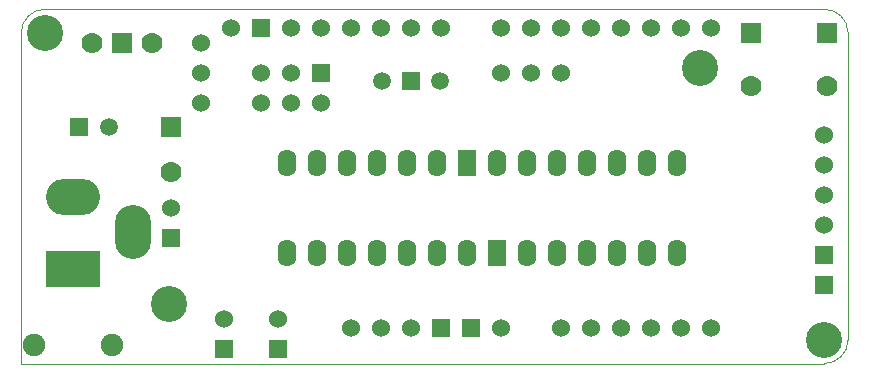
<source format=gts>
G04 #@! TF.FileFunction,Soldermask,Top*
%FSLAX46Y46*%
G04 Gerber Fmt 4.6, Leading zero omitted, Abs format (unit mm)*
G04 Created by KiCad (PCBNEW (2014-12-01 BZR 5309)-product) date Wed Dec  3 13:19:54 2014*
%MOMM*%
G01*
G04 APERTURE LIST*
%ADD10C,0.100000*%
%ADD11C,1.778000*%
%ADD12R,1.778000X1.778000*%
%ADD13C,3.048000*%
%ADD14R,4.572000X3.048000*%
%ADD15O,4.572000X3.048000*%
%ADD16O,3.048000X4.572000*%
%ADD17C,1.524000*%
%ADD18R,1.524000X1.524000*%
%ADD19O,1.574800X2.286000*%
%ADD20R,1.574800X2.286000*%
%ADD21C,1.905000*%
%ADD22C,1.501140*%
%ADD23R,1.501140X1.501140*%
G04 APERTURE END LIST*
D10*
X100000000Y-58000000D02*
X100000000Y-32000000D01*
X100000000Y-32000000D02*
G75*
G03X98000000Y-30000000I-2000000J0D01*
G01*
X98000000Y-60000000D02*
G75*
G03X100000000Y-58000000I0J2000000D01*
G01*
X32000000Y-30000000D02*
G75*
G03X30000000Y-32000000I0J-2000000D01*
G01*
X30000000Y-60000000D02*
X30000000Y-32000000D01*
X98000000Y-60000000D02*
X30000000Y-60000000D01*
X32000000Y-30000000D02*
X98000000Y-30000000D01*
D11*
X35960000Y-32870000D03*
D12*
X38500000Y-32870000D03*
D11*
X41040000Y-32870000D03*
D12*
X98250000Y-32000000D03*
D11*
X91750000Y-36500000D03*
X98250000Y-36500000D03*
D12*
X91750000Y-32000000D03*
D13*
X98000000Y-58000000D03*
X42500000Y-55000000D03*
D14*
X34400000Y-52000000D03*
D15*
X34400000Y-45904000D03*
D16*
X39480000Y-48825000D03*
D17*
X50320000Y-37950000D03*
X50320000Y-35410000D03*
X52860000Y-37950000D03*
X52860000Y-35410000D03*
X55400000Y-37950000D03*
D18*
X55400000Y-35410000D03*
D17*
X65560000Y-31600000D03*
X63020000Y-31600000D03*
X60480000Y-31600000D03*
X57940000Y-31600000D03*
X55400000Y-31600000D03*
X52860000Y-31600000D03*
D18*
X50320000Y-31600000D03*
D17*
X47780000Y-31600000D03*
X88420000Y-31600000D03*
X85880000Y-31600000D03*
X83340000Y-31600000D03*
X80800000Y-31600000D03*
X78260000Y-31600000D03*
X75720000Y-31600000D03*
X73180000Y-31600000D03*
X70640000Y-31600000D03*
X88420000Y-57000000D03*
X85880000Y-57000000D03*
X83340000Y-57000000D03*
X80800000Y-57000000D03*
X78260000Y-57000000D03*
X75720000Y-57000000D03*
X70640000Y-57000000D03*
D18*
X68100000Y-57000000D03*
X65560000Y-57000000D03*
D17*
X63020000Y-57000000D03*
X60480000Y-57000000D03*
X57940000Y-57000000D03*
X45230000Y-32870000D03*
X45230000Y-35410000D03*
X45230000Y-37950000D03*
X51700000Y-56230000D03*
D18*
X51700000Y-58770000D03*
D17*
X47200000Y-56230000D03*
D18*
X47200000Y-58770000D03*
D19*
X82970000Y-42990000D03*
X80430000Y-42990000D03*
X77890000Y-42990000D03*
X75350000Y-42990000D03*
X72810000Y-42990000D03*
X70270000Y-42990000D03*
D20*
X67730000Y-42990000D03*
D19*
X65190000Y-42990000D03*
X62650000Y-42990000D03*
X60110000Y-42990000D03*
X57570000Y-42990000D03*
X55030000Y-42990000D03*
X52490000Y-42990000D03*
X85510000Y-42990000D03*
X52490000Y-50610000D03*
X55030000Y-50610000D03*
X57570000Y-50610000D03*
X60110000Y-50610000D03*
X62650000Y-50610000D03*
X65190000Y-50610000D03*
X67730000Y-50610000D03*
D20*
X70270000Y-50610000D03*
D19*
X72810000Y-50610000D03*
X75350000Y-50610000D03*
X77890000Y-50610000D03*
X80430000Y-50610000D03*
X82970000Y-50610000D03*
X85510000Y-50610000D03*
D18*
X98000000Y-53350000D03*
X98000000Y-50810000D03*
D17*
X98000000Y-48270000D03*
X98000000Y-45730000D03*
X98000000Y-43190000D03*
X98000000Y-40650000D03*
D21*
X37702000Y-58467000D03*
X31098000Y-58467000D03*
D22*
X65450940Y-36080000D03*
X60569060Y-36080000D03*
D23*
X63010000Y-36080000D03*
D11*
X42700000Y-43760000D03*
D12*
X42700000Y-39950000D03*
D13*
X32000000Y-32000000D03*
X87500000Y-35000000D03*
D17*
X70640000Y-35410000D03*
X73180000Y-35410000D03*
X75720000Y-35410000D03*
D23*
X34910000Y-39970000D03*
D22*
X37450000Y-39970000D03*
D18*
X42700000Y-49380000D03*
D17*
X42700000Y-46840000D03*
M02*

</source>
